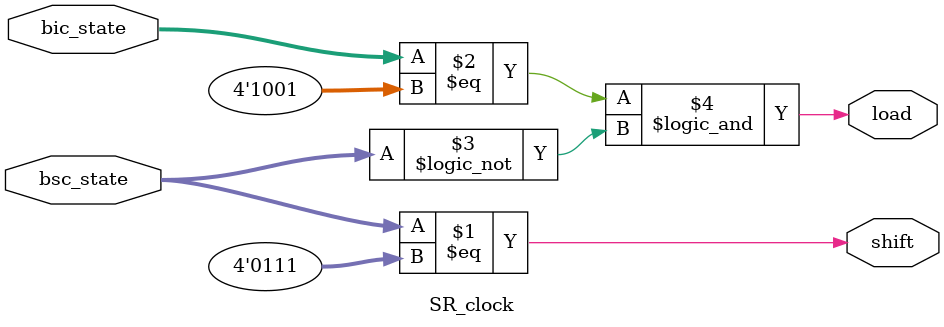
<source format=v>
module SR_clock (bsc_state, bic_state, shift, load);
	input[3:0] bsc_state, bic_state;
	output shift;
	output load;
	
	assign shift = (bsc_state == 4'b0111);
	assign load = (bic_state == 4'b1001) && (bsc_state == 4'b0000); 
	
endmodule


</source>
